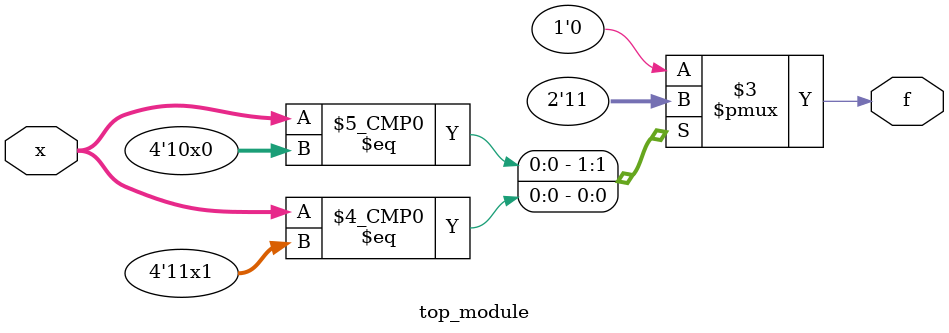
<source format=sv>
module top_module (
    input [4:1] x,
    output logic f
);

always_comb begin
    case (x)
        4'b10x0: f = 1;
        4'b11x1: f = 1;
        default: f = 0;
    endcase
end

endmodule

</source>
